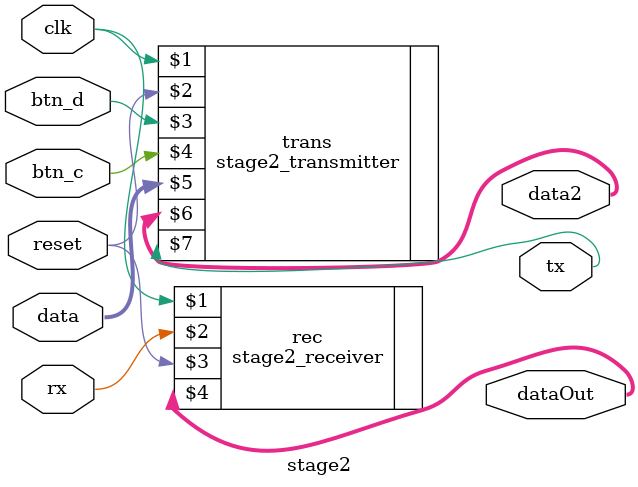
<source format=sv>
`timescale 1ns / 1ps


module stage2 #(parameter N = 8)(
    input logic clk,
    input logic reset,
    input logic rx,
    input logic btn_d,
    input logic btn_c,
    input logic [N-1:0] data,
    output logic tx,
    output logic [N-1:0] dataOut,
    output logic [N-1:0] data2
    );
    stage2_transmitter trans(clk, reset, btn_d, btn_c, data, data2, tx);
    stage2_receiver rec(clk, rx, reset, dataOut);
endmodule


</source>
